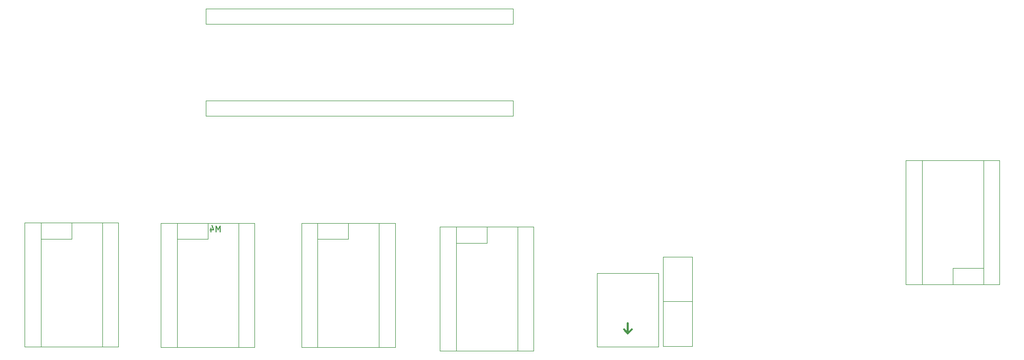
<source format=gbr>
%TF.GenerationSoftware,KiCad,Pcbnew,9.0.0*%
%TF.CreationDate,2025-05-04T19:05:18+10:00*%
%TF.ProjectId,CombinedMBTHB,436f6d62-696e-4656-944d-425448422e6b,rev?*%
%TF.SameCoordinates,Original*%
%TF.FileFunction,Legend,Bot*%
%TF.FilePolarity,Positive*%
%FSLAX46Y46*%
G04 Gerber Fmt 4.6, Leading zero omitted, Abs format (unit mm)*
G04 Created by KiCad (PCBNEW 9.0.0) date 2025-05-04 19:05:18*
%MOMM*%
%LPD*%
G01*
G04 APERTURE LIST*
%ADD10C,0.150000*%
%ADD11C,0.120000*%
%ADD12C,0.300000*%
G04 APERTURE END LIST*
D10*
X102887089Y-84683319D02*
X102887089Y-83683319D01*
X102887089Y-83683319D02*
X102553756Y-84397604D01*
X102553756Y-84397604D02*
X102220423Y-83683319D01*
X102220423Y-83683319D02*
X102220423Y-84683319D01*
X101315661Y-84016652D02*
X101315661Y-84683319D01*
X101553756Y-83635700D02*
X101791851Y-84349985D01*
X101791851Y-84349985D02*
X101172804Y-84349985D01*
%TO.C,M1*%
D11*
X231740707Y-93430000D02*
X216240707Y-93430000D01*
X216240707Y-72850000D01*
X231740707Y-72850000D01*
X231740707Y-93430000D01*
X229070707Y-90760000D02*
X229070707Y-93427000D01*
X229070707Y-90760000D02*
X229070707Y-72853000D01*
X229070707Y-90760000D02*
X223990707Y-90760000D01*
X223990707Y-90760000D02*
X223990707Y-93430000D01*
X218910707Y-72853000D02*
X218910707Y-93427000D01*
%TO.C,F1*%
X180895001Y-96249999D02*
X176095000Y-96250000D01*
X180895000Y-103650001D02*
X176095000Y-103650000D01*
X176095000Y-88850001D01*
X180895000Y-88849999D01*
X180895000Y-103650001D01*
%TO.C,M4*%
X95730000Y-85920000D02*
X95730000Y-83253000D01*
X95730000Y-85920000D02*
X95730000Y-103827000D01*
X95730000Y-85920000D02*
X100810000Y-85920000D01*
X100810000Y-85920000D02*
X100810000Y-83250000D01*
X105890000Y-103827000D02*
X105890000Y-83253000D01*
X93060000Y-83250000D02*
X108560000Y-83250000D01*
X108560000Y-103830000D01*
X93060000Y-103830000D01*
X93060000Y-83250000D01*
%TO.C,M1*%
X141890000Y-86570000D02*
X141890000Y-83903000D01*
X141890000Y-86570000D02*
X141890000Y-104477000D01*
X141890000Y-86570000D02*
X146970000Y-86570000D01*
X146970000Y-86570000D02*
X146970000Y-83900000D01*
X152050000Y-104477000D02*
X152050000Y-83903000D01*
X139220000Y-83900000D02*
X154720000Y-83900000D01*
X154720000Y-104480000D01*
X139220000Y-104480000D01*
X139220000Y-83900000D01*
%TO.C,M3*%
X118980000Y-85920000D02*
X118980000Y-83253000D01*
X118980000Y-85920000D02*
X118980000Y-103827000D01*
X118980000Y-85920000D02*
X124060000Y-85920000D01*
X124060000Y-85920000D02*
X124060000Y-83250000D01*
X129140000Y-103827000D02*
X129140000Y-83253000D01*
X116310000Y-83250000D02*
X131810000Y-83250000D01*
X131810000Y-103830000D01*
X116310000Y-103830000D01*
X116310000Y-83250000D01*
%TO.C,M2*%
X73230000Y-85880000D02*
X73230000Y-83213000D01*
X73230000Y-85880000D02*
X73230000Y-103787000D01*
X73230000Y-85880000D02*
X78310000Y-85880000D01*
X78310000Y-85880000D02*
X78310000Y-83210000D01*
X83390000Y-103787000D02*
X83390000Y-83213000D01*
X70560000Y-83210000D02*
X86060000Y-83210000D01*
X86060000Y-103790000D01*
X70560000Y-103790000D01*
X70560000Y-83210000D01*
%TO.C,U1*%
X151264000Y-50270000D02*
X100464000Y-50270000D01*
X100464000Y-47730000D01*
X151264000Y-47730000D01*
X151264000Y-50270000D01*
X151264000Y-65510000D02*
X100464000Y-65510000D01*
X100464000Y-62970000D01*
X151264000Y-62970000D01*
X151264000Y-65510000D01*
D12*
%TO.C,J10*%
X170295000Y-99857000D02*
X170295000Y-101571500D01*
X170295000Y-101571500D02*
X169660000Y-100873000D01*
X170930000Y-100873000D02*
X170295000Y-101571500D01*
D11*
X165215000Y-91602000D02*
X175375000Y-91602000D01*
X175375000Y-103794000D01*
X165215000Y-103794000D01*
X165215000Y-91602000D01*
%TD*%
M02*

</source>
